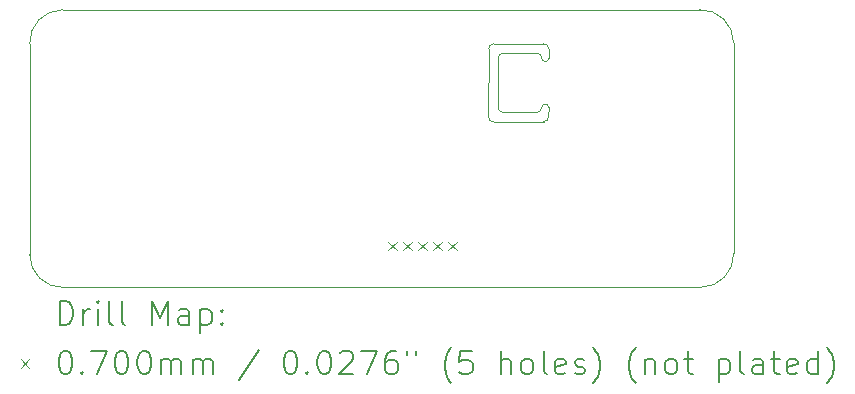
<source format=gbr>
%TF.GenerationSoftware,KiCad,Pcbnew,7.0.7*%
%TF.CreationDate,2023-09-20T12:31:01+02:00*%
%TF.ProjectId,Window_EMP_monitor_59_4x23_5x1.6mm,57696e64-6f77-45f4-954d-505f6d6f6e69,rev?*%
%TF.SameCoordinates,Original*%
%TF.FileFunction,Drillmap*%
%TF.FilePolarity,Positive*%
%FSLAX45Y45*%
G04 Gerber Fmt 4.5, Leading zero omitted, Abs format (unit mm)*
G04 Created by KiCad (PCBNEW 7.0.7) date 2023-09-20 12:31:01*
%MOMM*%
%LPD*%
G01*
G04 APERTURE LIST*
%ADD10C,0.100000*%
%ADD11C,0.200000*%
%ADD12C,0.070000*%
G04 APERTURE END LIST*
D10*
X17737897Y-8450667D02*
G75*
G03*
X17696897Y-8493714I-27J-41023D01*
G01*
X14088693Y-8161477D02*
X19482000Y-8161000D01*
X14098621Y-10512315D02*
X19492973Y-10511000D01*
X18204432Y-8490997D02*
X18204476Y-8570997D01*
X13810445Y-10234315D02*
G75*
G03*
X14098621Y-10512315I278185J5D01*
G01*
X17696897Y-8493714D02*
X17695129Y-9070615D01*
X17776396Y-8988655D02*
X17777000Y-8573049D01*
X18203411Y-9066679D02*
X18203872Y-8987654D01*
X17695137Y-9070615D02*
G75*
G03*
X17738177Y-9111614I41043J-6D01*
G01*
X18105445Y-9030703D02*
X17819445Y-9029654D01*
X18204433Y-8490997D02*
G75*
G03*
X18161383Y-8449997I-41033J17D01*
G01*
X18161383Y-8450049D02*
X17737897Y-8450665D01*
X18104000Y-8530049D02*
X17818000Y-8530000D01*
X18147049Y-8570997D02*
G75*
G03*
X18204476Y-8570997I28714J0D01*
G01*
X13810441Y-10234315D02*
X13810693Y-8449657D01*
X17776396Y-8988655D02*
G75*
G03*
X17819445Y-9029654I41034J-16D01*
G01*
X18162411Y-9109729D02*
G75*
G03*
X18203411Y-9066679I-31J41079D01*
G01*
X19770179Y-8439000D02*
G75*
G03*
X19482000Y-8161000I-278189J-10D01*
G01*
X18203872Y-8987654D02*
G75*
G03*
X18146445Y-8987654I-28714J2D01*
G01*
X19770973Y-10222820D02*
X19770180Y-8439000D01*
X19492973Y-10511002D02*
G75*
G03*
X19770972Y-10222820I-3J278182D01*
G01*
X18147052Y-8570997D02*
G75*
G03*
X18104000Y-8529997I-41052J-3D01*
G01*
X18105445Y-9030704D02*
G75*
G03*
X18146445Y-8987654I5J41044D01*
G01*
X14088693Y-8161473D02*
G75*
G03*
X13810694Y-8449657I-23J-278157D01*
G01*
X17738177Y-9111614D02*
X18162411Y-9109727D01*
X17818000Y-8530001D02*
G75*
G03*
X17777000Y-8573049I-10J-41039D01*
G01*
D11*
D12*
X16848000Y-10128000D02*
X16918000Y-10198000D01*
X16918000Y-10128000D02*
X16848000Y-10198000D01*
X16975000Y-10128000D02*
X17045000Y-10198000D01*
X17045000Y-10128000D02*
X16975000Y-10198000D01*
X17102000Y-10128000D02*
X17172000Y-10198000D01*
X17172000Y-10128000D02*
X17102000Y-10198000D01*
X17229000Y-10128000D02*
X17299000Y-10198000D01*
X17299000Y-10128000D02*
X17229000Y-10198000D01*
X17356000Y-10128000D02*
X17426000Y-10198000D01*
X17426000Y-10128000D02*
X17356000Y-10198000D01*
D11*
X14066218Y-10828978D02*
X14066218Y-10628978D01*
X14066218Y-10628978D02*
X14113837Y-10628978D01*
X14113837Y-10628978D02*
X14142409Y-10638502D01*
X14142409Y-10638502D02*
X14161456Y-10657550D01*
X14161456Y-10657550D02*
X14170980Y-10676597D01*
X14170980Y-10676597D02*
X14180504Y-10714693D01*
X14180504Y-10714693D02*
X14180504Y-10743264D01*
X14180504Y-10743264D02*
X14170980Y-10781359D01*
X14170980Y-10781359D02*
X14161456Y-10800407D01*
X14161456Y-10800407D02*
X14142409Y-10819455D01*
X14142409Y-10819455D02*
X14113837Y-10828978D01*
X14113837Y-10828978D02*
X14066218Y-10828978D01*
X14266218Y-10828978D02*
X14266218Y-10695645D01*
X14266218Y-10733740D02*
X14275742Y-10714693D01*
X14275742Y-10714693D02*
X14285266Y-10705169D01*
X14285266Y-10705169D02*
X14304313Y-10695645D01*
X14304313Y-10695645D02*
X14323361Y-10695645D01*
X14390028Y-10828978D02*
X14390028Y-10695645D01*
X14390028Y-10628978D02*
X14380504Y-10638502D01*
X14380504Y-10638502D02*
X14390028Y-10648026D01*
X14390028Y-10648026D02*
X14399552Y-10638502D01*
X14399552Y-10638502D02*
X14390028Y-10628978D01*
X14390028Y-10628978D02*
X14390028Y-10648026D01*
X14513837Y-10828978D02*
X14494790Y-10819455D01*
X14494790Y-10819455D02*
X14485266Y-10800407D01*
X14485266Y-10800407D02*
X14485266Y-10628978D01*
X14618599Y-10828978D02*
X14599552Y-10819455D01*
X14599552Y-10819455D02*
X14590028Y-10800407D01*
X14590028Y-10800407D02*
X14590028Y-10628978D01*
X14847171Y-10828978D02*
X14847171Y-10628978D01*
X14847171Y-10628978D02*
X14913837Y-10771836D01*
X14913837Y-10771836D02*
X14980504Y-10628978D01*
X14980504Y-10628978D02*
X14980504Y-10828978D01*
X15161456Y-10828978D02*
X15161456Y-10724217D01*
X15161456Y-10724217D02*
X15151933Y-10705169D01*
X15151933Y-10705169D02*
X15132885Y-10695645D01*
X15132885Y-10695645D02*
X15094790Y-10695645D01*
X15094790Y-10695645D02*
X15075742Y-10705169D01*
X15161456Y-10819455D02*
X15142409Y-10828978D01*
X15142409Y-10828978D02*
X15094790Y-10828978D01*
X15094790Y-10828978D02*
X15075742Y-10819455D01*
X15075742Y-10819455D02*
X15066218Y-10800407D01*
X15066218Y-10800407D02*
X15066218Y-10781359D01*
X15066218Y-10781359D02*
X15075742Y-10762312D01*
X15075742Y-10762312D02*
X15094790Y-10752788D01*
X15094790Y-10752788D02*
X15142409Y-10752788D01*
X15142409Y-10752788D02*
X15161456Y-10743264D01*
X15256694Y-10695645D02*
X15256694Y-10895645D01*
X15256694Y-10705169D02*
X15275742Y-10695645D01*
X15275742Y-10695645D02*
X15313837Y-10695645D01*
X15313837Y-10695645D02*
X15332885Y-10705169D01*
X15332885Y-10705169D02*
X15342409Y-10714693D01*
X15342409Y-10714693D02*
X15351933Y-10733740D01*
X15351933Y-10733740D02*
X15351933Y-10790883D01*
X15351933Y-10790883D02*
X15342409Y-10809931D01*
X15342409Y-10809931D02*
X15332885Y-10819455D01*
X15332885Y-10819455D02*
X15313837Y-10828978D01*
X15313837Y-10828978D02*
X15275742Y-10828978D01*
X15275742Y-10828978D02*
X15256694Y-10819455D01*
X15437647Y-10809931D02*
X15447171Y-10819455D01*
X15447171Y-10819455D02*
X15437647Y-10828978D01*
X15437647Y-10828978D02*
X15428123Y-10819455D01*
X15428123Y-10819455D02*
X15437647Y-10809931D01*
X15437647Y-10809931D02*
X15437647Y-10828978D01*
X15437647Y-10705169D02*
X15447171Y-10714693D01*
X15447171Y-10714693D02*
X15437647Y-10724217D01*
X15437647Y-10724217D02*
X15428123Y-10714693D01*
X15428123Y-10714693D02*
X15437647Y-10705169D01*
X15437647Y-10705169D02*
X15437647Y-10724217D01*
D12*
X13735441Y-11122495D02*
X13805441Y-11192495D01*
X13805441Y-11122495D02*
X13735441Y-11192495D01*
D11*
X14104313Y-11048978D02*
X14123361Y-11048978D01*
X14123361Y-11048978D02*
X14142409Y-11058502D01*
X14142409Y-11058502D02*
X14151933Y-11068026D01*
X14151933Y-11068026D02*
X14161456Y-11087074D01*
X14161456Y-11087074D02*
X14170980Y-11125169D01*
X14170980Y-11125169D02*
X14170980Y-11172788D01*
X14170980Y-11172788D02*
X14161456Y-11210883D01*
X14161456Y-11210883D02*
X14151933Y-11229931D01*
X14151933Y-11229931D02*
X14142409Y-11239455D01*
X14142409Y-11239455D02*
X14123361Y-11248978D01*
X14123361Y-11248978D02*
X14104313Y-11248978D01*
X14104313Y-11248978D02*
X14085266Y-11239455D01*
X14085266Y-11239455D02*
X14075742Y-11229931D01*
X14075742Y-11229931D02*
X14066218Y-11210883D01*
X14066218Y-11210883D02*
X14056694Y-11172788D01*
X14056694Y-11172788D02*
X14056694Y-11125169D01*
X14056694Y-11125169D02*
X14066218Y-11087074D01*
X14066218Y-11087074D02*
X14075742Y-11068026D01*
X14075742Y-11068026D02*
X14085266Y-11058502D01*
X14085266Y-11058502D02*
X14104313Y-11048978D01*
X14256694Y-11229931D02*
X14266218Y-11239455D01*
X14266218Y-11239455D02*
X14256694Y-11248978D01*
X14256694Y-11248978D02*
X14247171Y-11239455D01*
X14247171Y-11239455D02*
X14256694Y-11229931D01*
X14256694Y-11229931D02*
X14256694Y-11248978D01*
X14332885Y-11048978D02*
X14466218Y-11048978D01*
X14466218Y-11048978D02*
X14380504Y-11248978D01*
X14580504Y-11048978D02*
X14599552Y-11048978D01*
X14599552Y-11048978D02*
X14618599Y-11058502D01*
X14618599Y-11058502D02*
X14628123Y-11068026D01*
X14628123Y-11068026D02*
X14637647Y-11087074D01*
X14637647Y-11087074D02*
X14647171Y-11125169D01*
X14647171Y-11125169D02*
X14647171Y-11172788D01*
X14647171Y-11172788D02*
X14637647Y-11210883D01*
X14637647Y-11210883D02*
X14628123Y-11229931D01*
X14628123Y-11229931D02*
X14618599Y-11239455D01*
X14618599Y-11239455D02*
X14599552Y-11248978D01*
X14599552Y-11248978D02*
X14580504Y-11248978D01*
X14580504Y-11248978D02*
X14561456Y-11239455D01*
X14561456Y-11239455D02*
X14551933Y-11229931D01*
X14551933Y-11229931D02*
X14542409Y-11210883D01*
X14542409Y-11210883D02*
X14532885Y-11172788D01*
X14532885Y-11172788D02*
X14532885Y-11125169D01*
X14532885Y-11125169D02*
X14542409Y-11087074D01*
X14542409Y-11087074D02*
X14551933Y-11068026D01*
X14551933Y-11068026D02*
X14561456Y-11058502D01*
X14561456Y-11058502D02*
X14580504Y-11048978D01*
X14770980Y-11048978D02*
X14790028Y-11048978D01*
X14790028Y-11048978D02*
X14809075Y-11058502D01*
X14809075Y-11058502D02*
X14818599Y-11068026D01*
X14818599Y-11068026D02*
X14828123Y-11087074D01*
X14828123Y-11087074D02*
X14837647Y-11125169D01*
X14837647Y-11125169D02*
X14837647Y-11172788D01*
X14837647Y-11172788D02*
X14828123Y-11210883D01*
X14828123Y-11210883D02*
X14818599Y-11229931D01*
X14818599Y-11229931D02*
X14809075Y-11239455D01*
X14809075Y-11239455D02*
X14790028Y-11248978D01*
X14790028Y-11248978D02*
X14770980Y-11248978D01*
X14770980Y-11248978D02*
X14751933Y-11239455D01*
X14751933Y-11239455D02*
X14742409Y-11229931D01*
X14742409Y-11229931D02*
X14732885Y-11210883D01*
X14732885Y-11210883D02*
X14723361Y-11172788D01*
X14723361Y-11172788D02*
X14723361Y-11125169D01*
X14723361Y-11125169D02*
X14732885Y-11087074D01*
X14732885Y-11087074D02*
X14742409Y-11068026D01*
X14742409Y-11068026D02*
X14751933Y-11058502D01*
X14751933Y-11058502D02*
X14770980Y-11048978D01*
X14923361Y-11248978D02*
X14923361Y-11115645D01*
X14923361Y-11134693D02*
X14932885Y-11125169D01*
X14932885Y-11125169D02*
X14951933Y-11115645D01*
X14951933Y-11115645D02*
X14980504Y-11115645D01*
X14980504Y-11115645D02*
X14999552Y-11125169D01*
X14999552Y-11125169D02*
X15009075Y-11144217D01*
X15009075Y-11144217D02*
X15009075Y-11248978D01*
X15009075Y-11144217D02*
X15018599Y-11125169D01*
X15018599Y-11125169D02*
X15037647Y-11115645D01*
X15037647Y-11115645D02*
X15066218Y-11115645D01*
X15066218Y-11115645D02*
X15085266Y-11125169D01*
X15085266Y-11125169D02*
X15094790Y-11144217D01*
X15094790Y-11144217D02*
X15094790Y-11248978D01*
X15190028Y-11248978D02*
X15190028Y-11115645D01*
X15190028Y-11134693D02*
X15199552Y-11125169D01*
X15199552Y-11125169D02*
X15218599Y-11115645D01*
X15218599Y-11115645D02*
X15247171Y-11115645D01*
X15247171Y-11115645D02*
X15266218Y-11125169D01*
X15266218Y-11125169D02*
X15275742Y-11144217D01*
X15275742Y-11144217D02*
X15275742Y-11248978D01*
X15275742Y-11144217D02*
X15285266Y-11125169D01*
X15285266Y-11125169D02*
X15304314Y-11115645D01*
X15304314Y-11115645D02*
X15332885Y-11115645D01*
X15332885Y-11115645D02*
X15351933Y-11125169D01*
X15351933Y-11125169D02*
X15361456Y-11144217D01*
X15361456Y-11144217D02*
X15361456Y-11248978D01*
X15751933Y-11039455D02*
X15580504Y-11296597D01*
X16009076Y-11048978D02*
X16028123Y-11048978D01*
X16028123Y-11048978D02*
X16047171Y-11058502D01*
X16047171Y-11058502D02*
X16056695Y-11068026D01*
X16056695Y-11068026D02*
X16066218Y-11087074D01*
X16066218Y-11087074D02*
X16075742Y-11125169D01*
X16075742Y-11125169D02*
X16075742Y-11172788D01*
X16075742Y-11172788D02*
X16066218Y-11210883D01*
X16066218Y-11210883D02*
X16056695Y-11229931D01*
X16056695Y-11229931D02*
X16047171Y-11239455D01*
X16047171Y-11239455D02*
X16028123Y-11248978D01*
X16028123Y-11248978D02*
X16009076Y-11248978D01*
X16009076Y-11248978D02*
X15990028Y-11239455D01*
X15990028Y-11239455D02*
X15980504Y-11229931D01*
X15980504Y-11229931D02*
X15970980Y-11210883D01*
X15970980Y-11210883D02*
X15961457Y-11172788D01*
X15961457Y-11172788D02*
X15961457Y-11125169D01*
X15961457Y-11125169D02*
X15970980Y-11087074D01*
X15970980Y-11087074D02*
X15980504Y-11068026D01*
X15980504Y-11068026D02*
X15990028Y-11058502D01*
X15990028Y-11058502D02*
X16009076Y-11048978D01*
X16161457Y-11229931D02*
X16170980Y-11239455D01*
X16170980Y-11239455D02*
X16161457Y-11248978D01*
X16161457Y-11248978D02*
X16151933Y-11239455D01*
X16151933Y-11239455D02*
X16161457Y-11229931D01*
X16161457Y-11229931D02*
X16161457Y-11248978D01*
X16294790Y-11048978D02*
X16313838Y-11048978D01*
X16313838Y-11048978D02*
X16332885Y-11058502D01*
X16332885Y-11058502D02*
X16342409Y-11068026D01*
X16342409Y-11068026D02*
X16351933Y-11087074D01*
X16351933Y-11087074D02*
X16361457Y-11125169D01*
X16361457Y-11125169D02*
X16361457Y-11172788D01*
X16361457Y-11172788D02*
X16351933Y-11210883D01*
X16351933Y-11210883D02*
X16342409Y-11229931D01*
X16342409Y-11229931D02*
X16332885Y-11239455D01*
X16332885Y-11239455D02*
X16313838Y-11248978D01*
X16313838Y-11248978D02*
X16294790Y-11248978D01*
X16294790Y-11248978D02*
X16275742Y-11239455D01*
X16275742Y-11239455D02*
X16266218Y-11229931D01*
X16266218Y-11229931D02*
X16256695Y-11210883D01*
X16256695Y-11210883D02*
X16247171Y-11172788D01*
X16247171Y-11172788D02*
X16247171Y-11125169D01*
X16247171Y-11125169D02*
X16256695Y-11087074D01*
X16256695Y-11087074D02*
X16266218Y-11068026D01*
X16266218Y-11068026D02*
X16275742Y-11058502D01*
X16275742Y-11058502D02*
X16294790Y-11048978D01*
X16437647Y-11068026D02*
X16447171Y-11058502D01*
X16447171Y-11058502D02*
X16466218Y-11048978D01*
X16466218Y-11048978D02*
X16513838Y-11048978D01*
X16513838Y-11048978D02*
X16532885Y-11058502D01*
X16532885Y-11058502D02*
X16542409Y-11068026D01*
X16542409Y-11068026D02*
X16551933Y-11087074D01*
X16551933Y-11087074D02*
X16551933Y-11106121D01*
X16551933Y-11106121D02*
X16542409Y-11134693D01*
X16542409Y-11134693D02*
X16428123Y-11248978D01*
X16428123Y-11248978D02*
X16551933Y-11248978D01*
X16618599Y-11048978D02*
X16751933Y-11048978D01*
X16751933Y-11048978D02*
X16666218Y-11248978D01*
X16913838Y-11048978D02*
X16875742Y-11048978D01*
X16875742Y-11048978D02*
X16856695Y-11058502D01*
X16856695Y-11058502D02*
X16847171Y-11068026D01*
X16847171Y-11068026D02*
X16828123Y-11096597D01*
X16828123Y-11096597D02*
X16818600Y-11134693D01*
X16818600Y-11134693D02*
X16818600Y-11210883D01*
X16818600Y-11210883D02*
X16828123Y-11229931D01*
X16828123Y-11229931D02*
X16837647Y-11239455D01*
X16837647Y-11239455D02*
X16856695Y-11248978D01*
X16856695Y-11248978D02*
X16894790Y-11248978D01*
X16894790Y-11248978D02*
X16913838Y-11239455D01*
X16913838Y-11239455D02*
X16923361Y-11229931D01*
X16923361Y-11229931D02*
X16932885Y-11210883D01*
X16932885Y-11210883D02*
X16932885Y-11163264D01*
X16932885Y-11163264D02*
X16923361Y-11144217D01*
X16923361Y-11144217D02*
X16913838Y-11134693D01*
X16913838Y-11134693D02*
X16894790Y-11125169D01*
X16894790Y-11125169D02*
X16856695Y-11125169D01*
X16856695Y-11125169D02*
X16837647Y-11134693D01*
X16837647Y-11134693D02*
X16828123Y-11144217D01*
X16828123Y-11144217D02*
X16818600Y-11163264D01*
X17009076Y-11048978D02*
X17009076Y-11087074D01*
X17085266Y-11048978D02*
X17085266Y-11087074D01*
X17380504Y-11325169D02*
X17370981Y-11315645D01*
X17370981Y-11315645D02*
X17351933Y-11287074D01*
X17351933Y-11287074D02*
X17342409Y-11268026D01*
X17342409Y-11268026D02*
X17332885Y-11239455D01*
X17332885Y-11239455D02*
X17323362Y-11191835D01*
X17323362Y-11191835D02*
X17323362Y-11153740D01*
X17323362Y-11153740D02*
X17332885Y-11106121D01*
X17332885Y-11106121D02*
X17342409Y-11077550D01*
X17342409Y-11077550D02*
X17351933Y-11058502D01*
X17351933Y-11058502D02*
X17370981Y-11029931D01*
X17370981Y-11029931D02*
X17380504Y-11020407D01*
X17551933Y-11048978D02*
X17456695Y-11048978D01*
X17456695Y-11048978D02*
X17447171Y-11144217D01*
X17447171Y-11144217D02*
X17456695Y-11134693D01*
X17456695Y-11134693D02*
X17475742Y-11125169D01*
X17475742Y-11125169D02*
X17523362Y-11125169D01*
X17523362Y-11125169D02*
X17542409Y-11134693D01*
X17542409Y-11134693D02*
X17551933Y-11144217D01*
X17551933Y-11144217D02*
X17561457Y-11163264D01*
X17561457Y-11163264D02*
X17561457Y-11210883D01*
X17561457Y-11210883D02*
X17551933Y-11229931D01*
X17551933Y-11229931D02*
X17542409Y-11239455D01*
X17542409Y-11239455D02*
X17523362Y-11248978D01*
X17523362Y-11248978D02*
X17475742Y-11248978D01*
X17475742Y-11248978D02*
X17456695Y-11239455D01*
X17456695Y-11239455D02*
X17447171Y-11229931D01*
X17799552Y-11248978D02*
X17799552Y-11048978D01*
X17885266Y-11248978D02*
X17885266Y-11144217D01*
X17885266Y-11144217D02*
X17875743Y-11125169D01*
X17875743Y-11125169D02*
X17856695Y-11115645D01*
X17856695Y-11115645D02*
X17828123Y-11115645D01*
X17828123Y-11115645D02*
X17809076Y-11125169D01*
X17809076Y-11125169D02*
X17799552Y-11134693D01*
X18009076Y-11248978D02*
X17990028Y-11239455D01*
X17990028Y-11239455D02*
X17980504Y-11229931D01*
X17980504Y-11229931D02*
X17970981Y-11210883D01*
X17970981Y-11210883D02*
X17970981Y-11153740D01*
X17970981Y-11153740D02*
X17980504Y-11134693D01*
X17980504Y-11134693D02*
X17990028Y-11125169D01*
X17990028Y-11125169D02*
X18009076Y-11115645D01*
X18009076Y-11115645D02*
X18037647Y-11115645D01*
X18037647Y-11115645D02*
X18056695Y-11125169D01*
X18056695Y-11125169D02*
X18066219Y-11134693D01*
X18066219Y-11134693D02*
X18075743Y-11153740D01*
X18075743Y-11153740D02*
X18075743Y-11210883D01*
X18075743Y-11210883D02*
X18066219Y-11229931D01*
X18066219Y-11229931D02*
X18056695Y-11239455D01*
X18056695Y-11239455D02*
X18037647Y-11248978D01*
X18037647Y-11248978D02*
X18009076Y-11248978D01*
X18190028Y-11248978D02*
X18170981Y-11239455D01*
X18170981Y-11239455D02*
X18161457Y-11220407D01*
X18161457Y-11220407D02*
X18161457Y-11048978D01*
X18342409Y-11239455D02*
X18323362Y-11248978D01*
X18323362Y-11248978D02*
X18285266Y-11248978D01*
X18285266Y-11248978D02*
X18266219Y-11239455D01*
X18266219Y-11239455D02*
X18256695Y-11220407D01*
X18256695Y-11220407D02*
X18256695Y-11144217D01*
X18256695Y-11144217D02*
X18266219Y-11125169D01*
X18266219Y-11125169D02*
X18285266Y-11115645D01*
X18285266Y-11115645D02*
X18323362Y-11115645D01*
X18323362Y-11115645D02*
X18342409Y-11125169D01*
X18342409Y-11125169D02*
X18351933Y-11144217D01*
X18351933Y-11144217D02*
X18351933Y-11163264D01*
X18351933Y-11163264D02*
X18256695Y-11182312D01*
X18428124Y-11239455D02*
X18447171Y-11248978D01*
X18447171Y-11248978D02*
X18485266Y-11248978D01*
X18485266Y-11248978D02*
X18504314Y-11239455D01*
X18504314Y-11239455D02*
X18513838Y-11220407D01*
X18513838Y-11220407D02*
X18513838Y-11210883D01*
X18513838Y-11210883D02*
X18504314Y-11191835D01*
X18504314Y-11191835D02*
X18485266Y-11182312D01*
X18485266Y-11182312D02*
X18456695Y-11182312D01*
X18456695Y-11182312D02*
X18437647Y-11172788D01*
X18437647Y-11172788D02*
X18428124Y-11153740D01*
X18428124Y-11153740D02*
X18428124Y-11144217D01*
X18428124Y-11144217D02*
X18437647Y-11125169D01*
X18437647Y-11125169D02*
X18456695Y-11115645D01*
X18456695Y-11115645D02*
X18485266Y-11115645D01*
X18485266Y-11115645D02*
X18504314Y-11125169D01*
X18580505Y-11325169D02*
X18590028Y-11315645D01*
X18590028Y-11315645D02*
X18609076Y-11287074D01*
X18609076Y-11287074D02*
X18618600Y-11268026D01*
X18618600Y-11268026D02*
X18628124Y-11239455D01*
X18628124Y-11239455D02*
X18637647Y-11191835D01*
X18637647Y-11191835D02*
X18637647Y-11153740D01*
X18637647Y-11153740D02*
X18628124Y-11106121D01*
X18628124Y-11106121D02*
X18618600Y-11077550D01*
X18618600Y-11077550D02*
X18609076Y-11058502D01*
X18609076Y-11058502D02*
X18590028Y-11029931D01*
X18590028Y-11029931D02*
X18580505Y-11020407D01*
X18942409Y-11325169D02*
X18932885Y-11315645D01*
X18932885Y-11315645D02*
X18913838Y-11287074D01*
X18913838Y-11287074D02*
X18904314Y-11268026D01*
X18904314Y-11268026D02*
X18894790Y-11239455D01*
X18894790Y-11239455D02*
X18885266Y-11191835D01*
X18885266Y-11191835D02*
X18885266Y-11153740D01*
X18885266Y-11153740D02*
X18894790Y-11106121D01*
X18894790Y-11106121D02*
X18904314Y-11077550D01*
X18904314Y-11077550D02*
X18913838Y-11058502D01*
X18913838Y-11058502D02*
X18932885Y-11029931D01*
X18932885Y-11029931D02*
X18942409Y-11020407D01*
X19018600Y-11115645D02*
X19018600Y-11248978D01*
X19018600Y-11134693D02*
X19028124Y-11125169D01*
X19028124Y-11125169D02*
X19047171Y-11115645D01*
X19047171Y-11115645D02*
X19075743Y-11115645D01*
X19075743Y-11115645D02*
X19094790Y-11125169D01*
X19094790Y-11125169D02*
X19104314Y-11144217D01*
X19104314Y-11144217D02*
X19104314Y-11248978D01*
X19228124Y-11248978D02*
X19209076Y-11239455D01*
X19209076Y-11239455D02*
X19199552Y-11229931D01*
X19199552Y-11229931D02*
X19190028Y-11210883D01*
X19190028Y-11210883D02*
X19190028Y-11153740D01*
X19190028Y-11153740D02*
X19199552Y-11134693D01*
X19199552Y-11134693D02*
X19209076Y-11125169D01*
X19209076Y-11125169D02*
X19228124Y-11115645D01*
X19228124Y-11115645D02*
X19256695Y-11115645D01*
X19256695Y-11115645D02*
X19275743Y-11125169D01*
X19275743Y-11125169D02*
X19285266Y-11134693D01*
X19285266Y-11134693D02*
X19294790Y-11153740D01*
X19294790Y-11153740D02*
X19294790Y-11210883D01*
X19294790Y-11210883D02*
X19285266Y-11229931D01*
X19285266Y-11229931D02*
X19275743Y-11239455D01*
X19275743Y-11239455D02*
X19256695Y-11248978D01*
X19256695Y-11248978D02*
X19228124Y-11248978D01*
X19351933Y-11115645D02*
X19428124Y-11115645D01*
X19380505Y-11048978D02*
X19380505Y-11220407D01*
X19380505Y-11220407D02*
X19390028Y-11239455D01*
X19390028Y-11239455D02*
X19409076Y-11248978D01*
X19409076Y-11248978D02*
X19428124Y-11248978D01*
X19647171Y-11115645D02*
X19647171Y-11315645D01*
X19647171Y-11125169D02*
X19666219Y-11115645D01*
X19666219Y-11115645D02*
X19704314Y-11115645D01*
X19704314Y-11115645D02*
X19723362Y-11125169D01*
X19723362Y-11125169D02*
X19732886Y-11134693D01*
X19732886Y-11134693D02*
X19742409Y-11153740D01*
X19742409Y-11153740D02*
X19742409Y-11210883D01*
X19742409Y-11210883D02*
X19732886Y-11229931D01*
X19732886Y-11229931D02*
X19723362Y-11239455D01*
X19723362Y-11239455D02*
X19704314Y-11248978D01*
X19704314Y-11248978D02*
X19666219Y-11248978D01*
X19666219Y-11248978D02*
X19647171Y-11239455D01*
X19856695Y-11248978D02*
X19837647Y-11239455D01*
X19837647Y-11239455D02*
X19828124Y-11220407D01*
X19828124Y-11220407D02*
X19828124Y-11048978D01*
X20018600Y-11248978D02*
X20018600Y-11144217D01*
X20018600Y-11144217D02*
X20009076Y-11125169D01*
X20009076Y-11125169D02*
X19990028Y-11115645D01*
X19990028Y-11115645D02*
X19951933Y-11115645D01*
X19951933Y-11115645D02*
X19932886Y-11125169D01*
X20018600Y-11239455D02*
X19999552Y-11248978D01*
X19999552Y-11248978D02*
X19951933Y-11248978D01*
X19951933Y-11248978D02*
X19932886Y-11239455D01*
X19932886Y-11239455D02*
X19923362Y-11220407D01*
X19923362Y-11220407D02*
X19923362Y-11201359D01*
X19923362Y-11201359D02*
X19932886Y-11182312D01*
X19932886Y-11182312D02*
X19951933Y-11172788D01*
X19951933Y-11172788D02*
X19999552Y-11172788D01*
X19999552Y-11172788D02*
X20018600Y-11163264D01*
X20085267Y-11115645D02*
X20161457Y-11115645D01*
X20113838Y-11048978D02*
X20113838Y-11220407D01*
X20113838Y-11220407D02*
X20123362Y-11239455D01*
X20123362Y-11239455D02*
X20142409Y-11248978D01*
X20142409Y-11248978D02*
X20161457Y-11248978D01*
X20304314Y-11239455D02*
X20285267Y-11248978D01*
X20285267Y-11248978D02*
X20247171Y-11248978D01*
X20247171Y-11248978D02*
X20228124Y-11239455D01*
X20228124Y-11239455D02*
X20218600Y-11220407D01*
X20218600Y-11220407D02*
X20218600Y-11144217D01*
X20218600Y-11144217D02*
X20228124Y-11125169D01*
X20228124Y-11125169D02*
X20247171Y-11115645D01*
X20247171Y-11115645D02*
X20285267Y-11115645D01*
X20285267Y-11115645D02*
X20304314Y-11125169D01*
X20304314Y-11125169D02*
X20313838Y-11144217D01*
X20313838Y-11144217D02*
X20313838Y-11163264D01*
X20313838Y-11163264D02*
X20218600Y-11182312D01*
X20485267Y-11248978D02*
X20485267Y-11048978D01*
X20485267Y-11239455D02*
X20466219Y-11248978D01*
X20466219Y-11248978D02*
X20428124Y-11248978D01*
X20428124Y-11248978D02*
X20409076Y-11239455D01*
X20409076Y-11239455D02*
X20399552Y-11229931D01*
X20399552Y-11229931D02*
X20390028Y-11210883D01*
X20390028Y-11210883D02*
X20390028Y-11153740D01*
X20390028Y-11153740D02*
X20399552Y-11134693D01*
X20399552Y-11134693D02*
X20409076Y-11125169D01*
X20409076Y-11125169D02*
X20428124Y-11115645D01*
X20428124Y-11115645D02*
X20466219Y-11115645D01*
X20466219Y-11115645D02*
X20485267Y-11125169D01*
X20561457Y-11325169D02*
X20570981Y-11315645D01*
X20570981Y-11315645D02*
X20590028Y-11287074D01*
X20590028Y-11287074D02*
X20599552Y-11268026D01*
X20599552Y-11268026D02*
X20609076Y-11239455D01*
X20609076Y-11239455D02*
X20618600Y-11191835D01*
X20618600Y-11191835D02*
X20618600Y-11153740D01*
X20618600Y-11153740D02*
X20609076Y-11106121D01*
X20609076Y-11106121D02*
X20599552Y-11077550D01*
X20599552Y-11077550D02*
X20590028Y-11058502D01*
X20590028Y-11058502D02*
X20570981Y-11029931D01*
X20570981Y-11029931D02*
X20561457Y-11020407D01*
M02*

</source>
